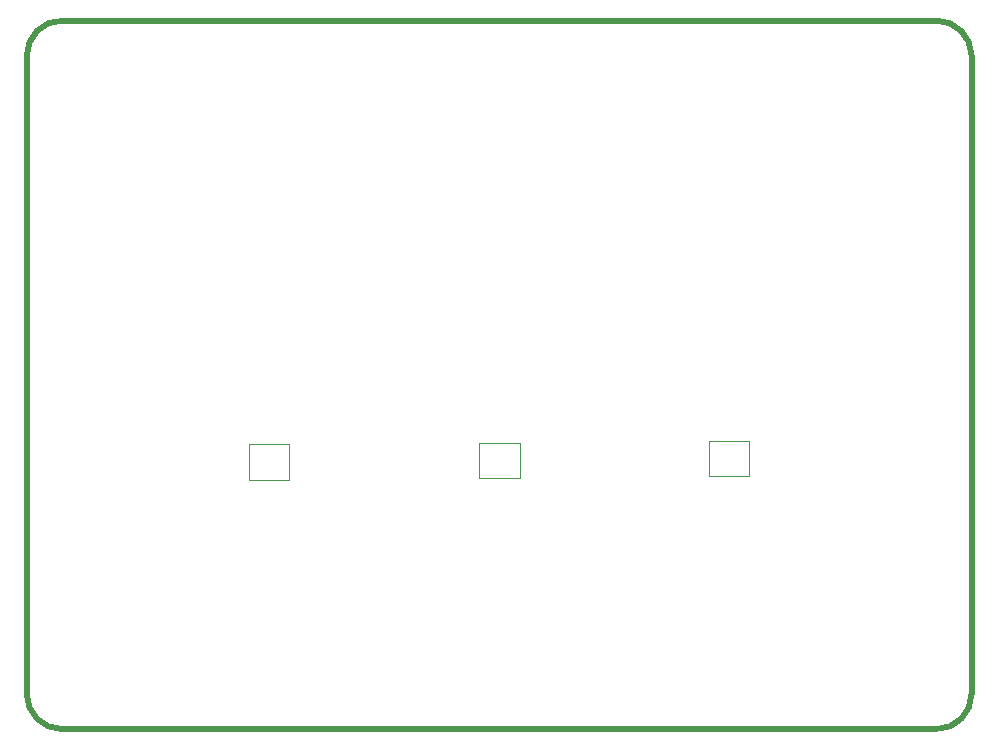
<source format=gbr>
G04 #@! TF.GenerationSoftware,KiCad,Pcbnew,(7.0.0-0)*
G04 #@! TF.CreationDate,2023-03-01T20:47:15-06:00*
G04 #@! TF.ProjectId,RP2040_minimal,52503230-3430-45f6-9d69-6e696d616c2e,REV1*
G04 #@! TF.SameCoordinates,Original*
G04 #@! TF.FileFunction,Profile,NP*
%FSLAX46Y46*%
G04 Gerber Fmt 4.6, Leading zero omitted, Abs format (unit mm)*
G04 Created by KiCad (PCBNEW (7.0.0-0)) date 2023-03-01 20:47:15*
%MOMM*%
%LPD*%
G01*
G04 APERTURE LIST*
G04 #@! TA.AperFunction,Profile*
%ADD10C,0.500000*%
G04 #@! TD*
G04 #@! TA.AperFunction,Profile*
%ADD11C,0.120000*%
G04 #@! TD*
G04 APERTURE END LIST*
D10*
X140000000Y-100000000D02*
G75*
G03*
X137000000Y-97000000I-3000000J0D01*
G01*
X140000000Y-154000000D02*
X140000000Y-100000000D01*
X63000000Y-97000000D02*
X137000000Y-97000000D01*
X63000000Y-157000000D02*
X137000000Y-157000000D01*
X137000000Y-157000000D02*
G75*
G03*
X140000000Y-154000000I0J3000000D01*
G01*
X60000000Y-154000000D02*
X60000000Y-100000000D01*
X63000000Y-97000000D02*
G75*
G03*
X60000000Y-100000000I300J-3000300D01*
G01*
X60000000Y-154000000D02*
G75*
G03*
X63000000Y-157000000I2981500J-18500D01*
G01*
D11*
X101730000Y-135745000D02*
X101730000Y-132745000D01*
X101730000Y-132745000D02*
X98330000Y-132745000D01*
X98330000Y-135745000D02*
X101730000Y-135745000D01*
X98330000Y-132745000D02*
X98330000Y-135745000D01*
X121180000Y-135580000D02*
X121180000Y-132580000D01*
X121180000Y-132580000D02*
X117780000Y-132580000D01*
X117780000Y-135580000D02*
X121180000Y-135580000D01*
X117780000Y-132580000D02*
X117780000Y-135580000D01*
X78780000Y-132875000D02*
X78780000Y-135875000D01*
X78780000Y-135875000D02*
X82180000Y-135875000D01*
X82180000Y-132875000D02*
X78780000Y-132875000D01*
X82180000Y-135875000D02*
X82180000Y-132875000D01*
M02*

</source>
